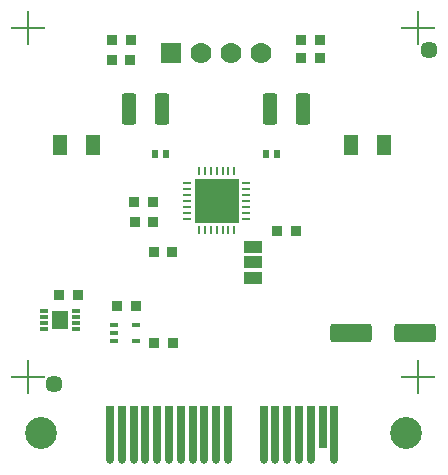
<source format=gts>
G04 #@! TF.GenerationSoftware,KiCad,Pcbnew,(5.99.0-8491-gb8dfcb34c4)*
G04 #@! TF.CreationDate,2021-01-19T19:45:49+01:00*
G04 #@! TF.ProjectId,TMC2209_Driver,544d4332-3230-4395-9f44-72697665722e,rev?*
G04 #@! TF.SameCoordinates,PX67f3540PY6cb8080*
G04 #@! TF.FileFunction,Soldermask,Top*
G04 #@! TF.FilePolarity,Negative*
%FSLAX46Y46*%
G04 Gerber Fmt 4.6, Leading zero omitted, Abs format (unit mm)*
G04 Created by KiCad (PCBNEW (5.99.0-8491-gb8dfcb34c4)) date 2021-01-19 19:45:49*
%MOMM*%
%LPD*%
G01*
G04 APERTURE LIST*
G04 Aperture macros list*
%AMRoundRect*
0 Rectangle with rounded corners*
0 $1 Rounding radius*
0 $2 $3 $4 $5 $6 $7 $8 $9 X,Y pos of 4 corners*
0 Add a 4 corners polygon primitive as box body*
4,1,4,$2,$3,$4,$5,$6,$7,$8,$9,$2,$3,0*
0 Add four circle primitives for the rounded corners*
1,1,$1+$1,$2,$3*
1,1,$1+$1,$4,$5*
1,1,$1+$1,$6,$7*
1,1,$1+$1,$8,$9*
0 Add four rect primitives between the rounded corners*
20,1,$1+$1,$2,$3,$4,$5,0*
20,1,$1+$1,$4,$5,$6,$7,0*
20,1,$1+$1,$6,$7,$8,$9,0*
20,1,$1+$1,$8,$9,$2,$3,0*%
G04 Aperture macros list end*
%ADD10C,1.448000*%
%ADD11R,0.875000X0.950000*%
%ADD12R,0.590000X0.640000*%
%ADD13R,1.250000X1.750000*%
%ADD14R,3.000000X0.127000*%
%ADD15R,0.127000X3.000000*%
%ADD16C,2.700000*%
%ADD17C,0.650000*%
%ADD18R,0.650000X4.600000*%
%ADD19R,0.650000X3.600000*%
%ADD20R,1.778000X1.778000*%
%ADD21C,1.778000*%
%ADD22R,0.800000X0.250000*%
%ADD23R,0.250000X0.800000*%
%ADD24R,3.700000X3.700000*%
%ADD25RoundRect,0.250000X0.375000X1.075000X-0.375000X1.075000X-0.375000X-1.075000X0.375000X-1.075000X0*%
%ADD26RoundRect,0.250000X-0.375000X-1.075000X0.375000X-1.075000X0.375000X1.075000X-0.375000X1.075000X0*%
%ADD27R,0.650000X0.400000*%
%ADD28RoundRect,0.250000X-1.500000X-0.550000X1.500000X-0.550000X1.500000X0.550000X-1.500000X0.550000X0*%
%ADD29R,1.500000X1.000000*%
%ADD30R,0.680000X0.300000*%
%ADD31R,1.450000X1.560000*%
G04 APERTURE END LIST*
D10*
X35670000Y35680000D03*
X3920000Y7460000D03*
D11*
X22800500Y20401000D03*
X24375500Y20401000D03*
X12361000Y18623000D03*
X13936000Y18623000D03*
X10710000Y22814000D03*
X12285000Y22814000D03*
X10735500Y21163000D03*
X12310500Y21163000D03*
D12*
X21856000Y26878000D03*
X22826000Y26878000D03*
X13428000Y26878000D03*
X12458000Y26878000D03*
D13*
X7208000Y27640000D03*
X4408000Y27640000D03*
X29046000Y27640000D03*
X31846000Y27640000D03*
D14*
X1744000Y37546000D03*
D15*
X1744000Y37546000D03*
X34764000Y8000000D03*
D14*
X34764000Y8000000D03*
X34764000Y37546000D03*
D15*
X34764000Y37546000D03*
D14*
X1744000Y8000000D03*
D15*
X1744000Y8000000D03*
D16*
X2800000Y3256000D03*
X33750000Y3256000D03*
D17*
X10652800Y1014800D03*
X18652800Y1014800D03*
X14652800Y1014800D03*
X13652800Y1014800D03*
X16652800Y1014800D03*
X8652800Y1014800D03*
X25652800Y1014800D03*
X21652800Y1014800D03*
X12652800Y1014800D03*
X11652800Y1014800D03*
X15652800Y1014800D03*
X23652800Y1014800D03*
X24652800Y1014800D03*
X22652800Y1014800D03*
X17652800Y1014800D03*
X27652800Y1014800D03*
X9652800Y1014800D03*
D18*
X8652800Y3314800D03*
X9652800Y3314800D03*
X10652800Y3314800D03*
X11652800Y3314800D03*
X12652800Y3314800D03*
X13652800Y3314800D03*
X14652800Y3314800D03*
X15652800Y3314800D03*
X16652800Y3314800D03*
X17652800Y3314800D03*
X18652800Y3314800D03*
X21652800Y3314800D03*
X22652800Y3314800D03*
X23652800Y3314800D03*
X24652800Y3314800D03*
X25652800Y3314800D03*
D19*
X26652800Y3814800D03*
D18*
X27652800Y3314800D03*
D20*
X13809000Y35437800D03*
D21*
X16349000Y35437800D03*
X18889000Y35437800D03*
X21429000Y35437800D03*
D11*
X12412000Y10876000D03*
X13987000Y10876000D03*
D22*
X15182500Y24441000D03*
X15182500Y23941001D03*
X15182500Y23440999D03*
X15182500Y22941000D03*
X15182500Y22441001D03*
X15182500Y21940999D03*
X15182500Y21441000D03*
D23*
X16182500Y20441000D03*
X16682499Y20441000D03*
X17182501Y20441000D03*
X17682500Y20441000D03*
X18182499Y20441000D03*
X18682501Y20441000D03*
X19182500Y20441000D03*
D22*
X20182500Y21441000D03*
X20182500Y21940999D03*
X20182500Y22441001D03*
X20182500Y22941000D03*
X20182500Y23440999D03*
X20182500Y23941001D03*
X20182500Y24441000D03*
D23*
X19182500Y25441000D03*
X18682501Y25441000D03*
X18182499Y25441000D03*
X17682500Y25441000D03*
X17182501Y25441000D03*
X16682499Y25441000D03*
X16182500Y25441000D03*
D24*
X17682500Y22941000D03*
D11*
X26407500Y36530000D03*
X24832500Y36530000D03*
X26407500Y35006000D03*
X24832500Y35006000D03*
X8830500Y36530000D03*
X10405500Y36530000D03*
D25*
X24991000Y30738800D03*
X22191000Y30738800D03*
D26*
X10250000Y30713400D03*
X13050000Y30713400D03*
D11*
X8805000Y34879000D03*
X10380000Y34879000D03*
D27*
X8985500Y12415000D03*
X8985500Y11765000D03*
X8985500Y11115000D03*
X10885500Y11115000D03*
X10885500Y12415000D03*
D11*
X10850000Y14051000D03*
X9275000Y14051000D03*
X5909700Y14965400D03*
X4334700Y14965400D03*
D28*
X29050000Y11750000D03*
X34450000Y11750000D03*
D29*
X20750000Y19050000D03*
X20750000Y17750000D03*
X20750000Y16450000D03*
D30*
X3076400Y13581800D03*
X3076400Y13081800D03*
X3076400Y12581800D03*
X3076400Y12081800D03*
X5796400Y12081800D03*
X5796400Y12581800D03*
X5796400Y13081800D03*
X5796400Y13581800D03*
D31*
X4436400Y12831800D03*
M02*

</source>
